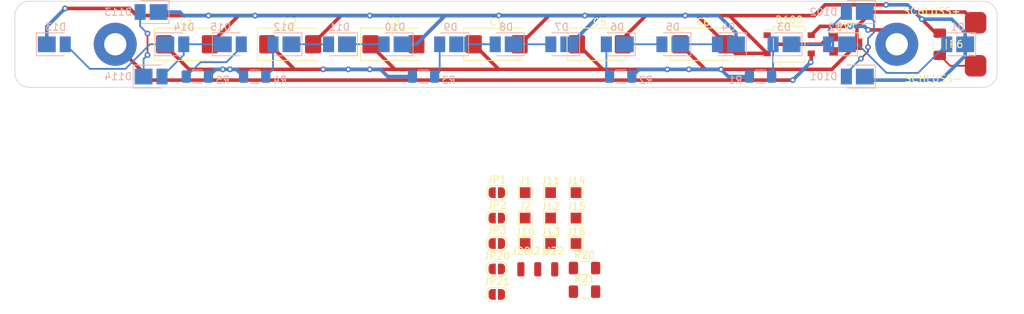
<source format=kicad_pcb>
(kicad_pcb (version 20221018) (generator pcbnew)
  (layers (0 "F.Cu" signal) (31 "B.Cu" signal) (34 "B.Paste" user) (35 "F.Paste" user) (36 "B.SilkS" user "B.Silkscreen") (37 "F.SilkS" user "F.Silkscreen") (38 "B.Mask" user) (39 "F.Mask" user) (44 "Edge.Cuts" user))
  (net 0 "")
  (net 1 "VCC")
  (net 2 "GND")
  (net 3 "Net-(D1-A)")
  (net 4 "Net-(D102-A)")
  (net 5 "Net-(D3-A)")
  (net 6 "Net-(D4-A)")
  (net 7 "Net-(D5-A)")
  (net 8 "Net-(D6-A)")
  (net 9 "Net-(D7-A)")
  (net 10 "Net-(D8-A)")
  (net 11 "Net-(D9-A)")
  (net 12 "Net-(D10-A)")
  (net 13 "Net-(D11-A)")
  (net 14 "Net-(D12-A)")
  (net 15 "Net-(D13-A)")
  (net 16 "Net-(D114-A)")
  (net 17 "Net-(D15-A)")
  (net 18 "Net-(D100-+)")
  (net 19 "/TRACK_P")
  (net 20 "/TRACK_N")
  (net 22 "Net-(D101-A)")
  (net 23 "Net-(D113-A)")
  (net 24 "Net-(SCHLUSS-1-Pin_1)")
  (net 25 "/AUX1")
  (net 26 "Net-(D100--)")
  (net 27 "/TRACK_L")
  (net 28 "/TRACK_R")
  (net 29 "/LV")
  (net 30 "/LH")
  (net 31 "Net-(J20-Pin_1)")
  (net 32 "Net-(J21-Pin_1)")
  (net 33 "Net-(JP1-B)")
  (footprint "Jumper:SolderJumper-2_P1.3mm_Open_RoundedPad1.0x1.5mm" (layer "F.Cu") (at 123.22 81.34)
    (fp_text reference "JP20" (at 0 -1.8) (layer "F.SilkS"))
    (fp_text value "SolderJumper_2_Open")
    (pad "1" smd custom (at -0.65 0) (size 1 0.5) (layers "F.Cu" "F.Mask") (net 30 "/LH") (options (clearance outline) (anchor rect)) (primitives (gr_circle (center 0 0.25) (end 0.5 0.25) (width 0) (fill yes)) (gr_circle (center 0 -0.25) (end 0.5 -0.25) (width 0) (fill yes)) (gr_poly (pts (xy 0.5 0.75) (xy 0 0.75) (xy 0 -0.75) (xy 0.5 -0.75)) (width 0) (fill yes))))
    (pad "2" smd custom (at 0.65 0) (size 1 0.5) (layers "F.Cu" "F.Mask") (net 2 "GND") (options (clearance outline) (anchor rect)) (primitives (gr_circle (center 0 0.25) (end 0.5 0.25) (width 0) (fill yes)) (gr_circle (center 0 -0.25) (end 0.5 -0.25) (width 0) (fill yes)) (gr_poly (pts (xy 0 0.75) (xy -0.5 0.75) (xy -0.5 -0.75) (xy 0 -0.75)) (width 0) (fill yes))))
  )
  (footprint "Capacitor_Tantalum_SMD:CP_EIA-7343-31_Kemet-D_Pad2.25x2.55mm_HandSolder" (layer "F.Cu") (at 123.2 50)
    (fp_text reference "C4" (at 0 -3.1) (layer "F.SilkS"))
    (fp_text value "200u")
    (pad "1" smd roundrect (at -3.2 0) (size 2.25 2.55) (layers "F.Cu" "F.Paste" "F.Mask") (roundrect_rratio 0.111111) (net 1 "VCC"))
    (pad "2" smd roundrect (at 3.2 0) (size 2.25 2.55) (layers "F.Cu" "F.Paste" "F.Mask") (roundrect_rratio 0.111111) (net 2 "GND"))
  )
  (footprint "Jumper:SolderJumper-2_P1.3mm_Open_RoundedPad1.0x1.5mm" (layer "F.Cu") (at 123.22 70.69)
    (fp_text reference "JP1" (at 0 -1.8) (layer "F.SilkS"))
    (fp_text value "SolderJumper_2_Open")
    (pad "1" smd custom (at -0.65 0) (size 1 0.5) (layers "F.Cu" "F.Mask") (net 1 "VCC") (options (clearance outline) (anchor rect)) (primitives (gr_circle (center 0 0.25) (end 0.5 0.25) (width 0) (fill yes)) (gr_circle (center 0 -0.25) (end 0.5 -0.25) (width 0) (fill yes)) (gr_poly (pts (xy 0.5 0.75) (xy 0 0.75) (xy 0 -0.75) (xy 0.5 -0.75)) (width 0) (fill yes))))
    (pad "2" smd custom (at 0.65 0) (size 1 0.5) (layers "F.Cu" "F.Mask") (net 33 "Net-(JP1-B)") (options (clearance outline) (anchor rect)) (primitives (gr_circle (center 0 0.25) (end 0.5 0.25) (width 0) (fill yes)) (gr_circle (center 0 -0.25) (end 0.5 -0.25) (width 0) (fill yes)) (gr_poly (pts (xy 0 0.75) (xy -0.5 0.75) (xy -0.5 -0.75) (xy 0 -0.75)) (width 0) (fill yes))))
  )
  (footprint "TestPoint:TestPoint_Pad_D4.0mm" (layer "F.Cu") (at 70 50)
    (fp_text reference "REF**" hide)
    (fp_text value "TestPoint_Pad_D4.0mm")
    (pad "1" thru_hole circle (at 0 0) (size 6 6) (drill 3.1) (layers "*.Cu" "*.Mask") (net 19 "/TRACK_P"))
  )
  (footprint "Capacitor_Tantalum_SMD:CP_EIA-7343-31_Kemet-D_Pad2.25x2.55mm_HandSolder" (layer "F.Cu") (at 137.6 50)
    (fp_text reference "C5" (at 0 -3.1) (layer "F.SilkS"))
    (fp_text value "200u")
    (pad "1" smd roundrect (at -3.2 0) (size 2.25 2.55) (layers "F.Cu" "F.Paste" "F.Mask") (roundrect_rratio 0.111111) (net 1 "VCC"))
    (pad "2" smd roundrect (at 3.2 0) (size 2.25 2.55) (layers "F.Cu" "F.Paste" "F.Mask") (roundrect_rratio 0.111111) (net 2 "GND"))
  )
  (footprint "TestPoint:TestPoint_Pad_1.5x1.5mm" (layer "F.Cu") (at 134.27 77.79)
    (fp_text reference "J16" (at 0 -1.648) (layer "F.SilkS"))
    (fp_text value "Conn_01x01")
    (pad "1" smd rect (at 0 0) (size 1.5 1.5) (layers "F.Cu" "F.Mask") (net 25 "/AUX1"))
  )
  (footprint "Potentiometer_SMD:Potentiometer_Bourns_TC33X_Vertical" (layer "F.Cu") (at 172 50)
    (fp_text reference "RV1" (at 0 -2.5) (layer "F.SilkS"))
    (fp_text value "10K")
    (pad "1" smd rect (at -1.8 -1) (size 1.2 1.2) (layers "F.Cu" "F.Paste" "F.Mask") (net 18 "Net-(D100-+)"))
    (pad "2" smd rect (at 1.45 0) (size 1.5 1.6) (layers "F.Cu" "F.Paste" "F.Mask") (net 33 "Net-(JP1-B)"))
    (pad "3" smd rect (at -1.8 1) (size 1.2 1.2) (layers "F.Cu" "F.Paste" "F.Mask"))
  )
  (footprint "TestPoint:TestPoint_Pad_1.5x1.5mm" (layer "F.Cu") (at 130.72 70.69)
    (fp_text reference "J11" (at 0 -1.648) (layer "F.SilkS"))
    (fp_text value "Conn_01x01")
    (pad "1" smd rect (at 0 0) (size 1.5 1.5) (layers "F.Cu" "F.Mask") (net 27 "/TRACK_L"))
  )
  (footprint "TestPoint:TestPoint_Pad_1.5x1.5mm" (layer "F.Cu") (at 127.17 74.24)
    (fp_text reference "J2" (at 0 -1.648) (layer "F.SilkS"))
    (fp_text value "Conn_01x01")
    (pad "1" smd rect (at 0 0) (size 1.5 1.5) (layers "F.Cu" "F.Mask") (net 28 "/TRACK_R"))
  )
  (footprint "Capacitor_Tantalum_SMD:CP_EIA-7343-31_Kemet-D_Pad2.25x2.55mm_HandSolder" (layer "F.Cu") (at 152 50)
    (fp_text reference "C6" (at 0 -3.1) (layer "F.SilkS"))
    (fp_text value "200u")
    (pad "1" smd roundrect (at -3.2 0) (size 2.25 2.55) (layers "F.Cu" "F.Paste" "F.Mask") (roundrect_rratio 0.111111) (net 1 "VCC"))
    (pad "2" smd roundrect (at 3.2 0) (size 2.25 2.55) (layers "F.Cu" "F.Paste" "F.Mask") (roundrect_rratio 0.111111) (net 2 "GND"))
  )
  (footprint "Jumper:SolderJumper-2_P1.3mm_Open_RoundedPad1.0x1.5mm" (layer "F.Cu") (at 123.22 77.79)
    (fp_text reference "JP3" (at 0 -1.8) (layer "F.SilkS"))
    (fp_text value "SolderJumper_2_Open")
    (pad "1" smd custom (at -0.65 0) (size 1 0.5) (layers "F.Cu" "F.Mask") (net 2 "GND") (options (clearance outline) (anchor rect)) (primitives (gr_circle (center 0 0.25) (end 0.5 0.25) (width 0) (fill yes)) (gr_circle (center 0 -0.25) (end 0.5 -0.25) (width 0) (fill yes)) (gr_poly (pts (xy 0.5 0.75) (xy 0 0.75) (xy 0 -0.75) (xy 0.5 -0.75)) (width 0) (fill yes))))
    (pad "2" smd custom (at 0.65 0) (size 1 0.5) (layers "F.Cu" "F.Mask") (net 25 "/AUX1") (options (clearance outline) (anchor rect)) (primitives (gr_circle (center 0 0.25) (end 0.5 0.25) (width 0) (fill yes)) (gr_circle (center 0 -0.25) (end 0.5 -0.25) (width 0) (fill yes)) (gr_poly (pts (xy 0 0.75) (xy -0.5 0.75) (xy -0.5 -0.75) (xy 0 -0.75)) (width 0) (fill yes))))
  )
  (footprint "Jumper:SolderJumper-2_P1.3mm_Open_RoundedPad1.0x1.5mm" (layer "F.Cu") (at 123.22 84.89)
    (fp_text reference "JP21" (at 0 -1.8) (layer "F.SilkS"))
    (fp_text value "SolderJumper_2_Open")
    (pad "1" smd custom (at -0.65 0) (size 1 0.5) (layers "F.Cu" "F.Mask") (net 29 "/LV") (options (clearance outline) (anchor rect)) (primitives (gr_circle (center 0 0.25) (end 0.5 0.25) (width 0) (fill yes)) (gr_circle (center 0 -0.25) (end 0.5 -0.25) (width 0) (fill yes)) (gr_poly (pts (xy 0.5 0.75) (xy 0 0.75) (xy 0 -0.75) (xy 0.5 -0.75)) (width 0) (fill yes))))
    (pad "2" smd custom (at 0.65 0) (size 1 0.5) (layers "F.Cu" "F.Mask") (net 2 "GND") (options (clearance outline) (anchor rect)) (primitives (gr_circle (center 0 0.25) (end 0.5 0.25) (width 0) (fill yes)) (gr_circle (center 0 -0.25) (end 0.5 -0.25) (width 0) (fill yes)) (gr_poly (pts (xy 0 0.75) (xy -0.5 0.75) (xy -0.5 -0.75) (xy 0 -0.75)) (width 0) (fill yes))))
  )
  (footprint "TestPoint:TestPoint_Pad_1.5x1.5mm" (layer "F.Cu") (at 130.72 77.79)
    (fp_text reference "J13" (at 0 -1.648) (layer "F.SilkS"))
    (fp_text value "Conn_01x01")
    (pad "1" smd rect (at 0 0) (size 1.5 1.5) (layers "F.Cu" "F.Mask") (net 30 "/LH"))
  )
  (footprint "TestPoint:TestPoint_Pad_1.5x1.5mm" (layer "F.Cu") (at 134.27 74.24)
    (fp_text reference "J15" (at 0 -1.648) (layer "F.SilkS"))
    (fp_text value "Conn_01x01")
    (pad "1" smd rect (at 0 0) (size 1.5 1.5) (layers "F.Cu" "F.Mask") (net 2 "GND"))
  )
  (footprint "Connector_Wire:SolderWirePad_1x01_SMD_1x2mm" (layer "F.Cu") (at 128.935 81.385)
    (fp_text reference "J21" (at 0 -2.54) (layer "F.SilkS"))
    (fp_text value "Conn_01x01")
    (pad "1" smd roundrect (at 0 0) (size 1 2) (layers "F.Cu" "F.Paste" "F.Mask") (net 32 "Net-(J21-Pin_1)"))
  )
  (footprint "Connector_Wire:SolderWirePad_1x01_SMD_1x2mm" (layer "F.Cu") (at 131.295 81.385)
    (fp_text reference "J22" (at 0 -2.54) (layer "F.SilkS"))
    (fp_text value "Conn_01x01")
    (pad "1" smd roundrect (at 0 0) (size 1 2) (layers "F.Cu" "F.Paste" "F.Mask") (net 1 "VCC"))
  )
  (footprint "Connector_Wire:SolderWirePad_1x01_SMD_1x2mm" (layer "F.Cu") (at 190 47)
    (fp_text reference "SCHLUSS+" (at -6.1 -1.6) (layer "F.SilkS"))
    (fp_text value "Conn_01x01_Male")
    (pad "1" smd roundrect (at 0 0) (size 3 3) (layers "F.Cu" "F.Paste" "F.Mask") (net 1 "VCC"))
  )
  (footprint "TestPoint:TestPoint_Pad_1.5x1.5mm" (layer "F.Cu") (at 127.17 70.69)
    (fp_text reference "J1" (at 0 -1.648) (layer "F.SilkS"))
    (fp_text value "Conn_01x01")
    (pad "1" smd rect (at 0 0) (size 1.5 1.5) (layers "F.Cu" "F.Mask") (net 27 "/TRACK_L"))
  )
  (footprint "Resistor_SMD:R_1206_3216Metric_Pad1.30x1.75mm_HandSolder" (layer "F.Cu") (at 185 50 90)
    (fp_text reference "R6" (at 0 2.3 180) (layer "F.SilkS"))
    (fp_text value "R")
    (pad "1" smd roundrect (at -1.55 0 90) (size 1.3 1.75) (layers "F.Cu" "F.Paste" "F.Mask") (roundrect_rratio 0.192308) (net 24 "Net-(SCHLUSS-1-Pin_1)"))
    (pad "2" smd roundrect (at 1.55 0 90) (size 1.3 1.75) (layers "F.Cu" "F.Paste" "F.Mask") (roundrect_rratio 0.192308) (net 2 "GND"))
  )
  (footprint "Connector_Wire:SolderWirePad_1x01_SMD_1x2mm" (layer "F.Cu") (at 190 53)
    (fp_text reference "SCHLUSS-" (at -5.9 1.8) (layer "F.SilkS"))
    (fp_text value "Conn_01x01_Male")
    (pad "1" smd roundrect (at 0 0) (size 3 3) (layers "F.Cu" "F.Paste" "F.Mask") (net 24 "Net-(SCHLUSS-1-Pin_1)"))
  )
  (footprint "TestPoint:TestPoint_Pad_D4.0mm" (layer "F.Cu") (at 179 50)
    (fp_text reference "REF**" hide)
    (fp_text value "TestPoint_Pad_D4.0mm")
    (pad "1" thru_hole circle (at 0 0) (size 6 6) (drill 3.1) (layers "*.Cu" "*.Mask") (net 20 "/TRACK_N"))
  )
  (footprint "TestPoint:TestPoint_Pad_1.5x1.5mm" (layer "F.Cu") (at 134.27 70.69)
    (fp_text reference "J14" (at 0 -1.648) (layer "F.SilkS"))
    (fp_text value "Conn_01x01")
    (pad "1" smd rect (at 0 0) (size 1.5 1.5) (layers "F.Cu" "F.Mask") (net 1 "VCC"))
  )
  (footprint "Capacitor_Tantalum_SMD:CP_EIA-7343-31_Kemet-D_Pad2.25x2.55mm_HandSolder" (layer "F.Cu") (at 108.8 50)
    (fp_text reference "C3" (at 0 -3.1) (layer "F.SilkS"))
    (fp_text value "200u")
    (pad "1" smd roundrect (at -3.2 0) (size 2.25 2.55) (layers "F.Cu" "F.Paste" "F.Mask") (roundrect_rratio 0.111111) (net 1 "VCC"))
    (pad "2" smd roundrect (at 3.2 0) (size 2.25 2.55) (layers "F.Cu" "F.Paste" "F.Mask") (roundrect_rratio 0.111111) (net 2 "GND"))
  )
  (footprint "Connector_Wire:SolderWirePad_1x01_SMD_1x2mm" (layer "F.Cu") (at 126.575 81.385)
    (fp_text reference "J20" (at 0 -2.54) (layer "F.SilkS"))
    (fp_text value "Conn_01x01")
    (pad "1" smd roundrect (at 0 0) (size 1 2) (layers "F.Cu" "F.Paste" "F.Mask") (net 31 "Net-(J20-Pin_1)"))
  )
  (footprint "Capacitor_Tantalum_SMD:CP_EIA-7343-31_Kemet-D_Pad2.25x2.55mm_HandSolder" (layer "F.Cu") (at 94.4 50)
    (fp_text reference "C2" (at 0 -3.1) (layer "F.SilkS"))
    (fp_text value "200u")
    (pad "1" smd roundrect (at -3.2 0) (size 2.25 2.55) (layers "F.Cu" "F.Paste" "F.Mask") (roundrect_rratio 0.111111) (net 1 "VCC"))
    (pad "2" smd roundrect (at 3.2 0) (size 2.25 2.55) (layers "F.Cu" "F.Paste" "F.Mask") (roundrect_rratio 0.111111) (net 2 "GND"))
  )
  (footprint "Resistor_SMD:R_1206_3216Metric_Pad1.30x1.75mm_HandSolder" (layer "F.Cu") (at 135.45 84.5)
    (fp_text reference "R21" (at 0 -1.82) (layer "F.SilkS"))
    (fp_text value "3K3")
    (pad "1" smd roundrect (at -1.55 0) (size 1.3 1.75) (layers "F.Cu" "F.Paste" "F.Mask") (roundrect_rratio 0.192308) (net 32 "Net-(J21-Pin_1)"))
    (pad "2" smd roundrect (at 1.55 0) (size 1.3 1.75) (layers "F.Cu" "F.Paste" "F.Mask") (roundrect_rratio 0.192308) (net 29 "/LV"))
  )
  (footprint "Package_TO_SOT_SMD:TO-269AA" (layer "F.Cu") (at 164 50)
    (fp_text reference "D100" (at 0 -3.4) (layer "F.SilkS"))
    (fp_text value "D_Bridge_+-AA")
    (pad "1" smd rect (at -3.075 -1.27) (size 1 0.8) (layers "F.Cu" "F.Paste" "F.Mask") (net 18 "Net-(D100-+)"))
    (pad "2" smd rect (at -3.075 1.27) (size 1 0.8) (layers "F.Cu" "F.Paste" "F.Mask") (net 26 "Net-(D100--)"))
    (pad "3" smd rect (at 3.075 1.27) (size 1 0.8) (layers "F.Cu" "F.Paste" "F.Mask") (net 27 "/TRACK_L"))
    (pad "4" smd rect (at 3.075 -1.27) (size 1 0.8) (layers "F.Cu" "F.Paste" "F.Mask") (net 28 "/TRACK_R"))
  )
  (footprint "Resistor_SMD:R_1206_3216Metric_Pad1.30x1.75mm_HandSolder" (layer "F.Cu") (at 135.45 81.21)
    (fp_text reference "R20" (at 0 -1.82) (layer "F.SilkS"))
    (fp_text value "3K3")
    (pad "1" smd roundrect (at -1.55 0) (size 1.3 1.75) (layers "F.Cu" "F.Paste" "F.Mask") (roundrect_rratio 0.192308) (net 31 "Net-(J20-Pin_1)"))
    (pad "2" smd roundrect (at 1.55 0) (size 1.3 1.75) (layers "F.Cu" "F.Paste" "F.Mask") (roundrect_rratio 0.192308) (net 30 "/LH"))
  )
  (footprint "TestPoint:TestPoint_Pad_1.5x1.5mm" (layer "F.Cu") (at 127.17 77.79)
    (fp_text reference "J10" (at 0 -1.648) (layer "F.SilkS"))
    (fp_text value "Conn_01x01")
    (pad "1" smd rect (at 0 0) (size 1.5 1.5) (layers "F.Cu" "F.Mask") (net 28 "/TRACK_R"))
  )
  (footprint "TestPoint:TestPoint_Pad_1.5x1.5mm" (layer "F.Cu") (at 130.72 74.24)
    (fp_text reference "J12" (at 0 -1.648) (layer "F.SilkS"))
    (fp_text value "Conn_01x01")
    (pad "1" smd rect (at 0 0) (size 1.5 1.5) (layers "F.Cu" "F.Mask") (net 29 "/LV"))
  )
  (footprint "Jumper:SolderJumper-2_P1.3mm_Open_RoundedPad1.0x1.5mm" (layer "F.Cu") (at 123.22 74.24)
    (fp_text reference "JP2" (at 0 -1.8) (layer "F.SilkS"))
    (fp_text value "SolderJumper_2_Open")
    (pad "1" smd custom (at -0.65 0) (size 1 0.5) (layers "F.Cu" "F.Mask") (net 2 "GND") (options (clearance outline) (anchor rect)) (primitives (gr_circle (center 0 0.25) (end 0.5 0.25) (width 0) (fill yes)) (gr_circle (center 0 -0.25) (end 0.5 -0.25) (width 0) (fill yes)) (gr_poly (pts (xy 0.5 0.75) (xy 0 0.75) (xy 0 -0.75) (xy 0.5 -0.75)) (width 0) (fill yes))))
    (pad "2" smd custom (at 0.65 0) (size 1 0.5) (layers "F.Cu" "F.Mask") (net 26 "Net-(D100--)") (options (clearance outline) (anchor rect)) (primitives (gr_circle (center 0 0.25) (end 0.5 0.25) (width 0) (fill yes)) (gr_circle (center 0 -0.25) (end 0.5 -0.25) (width 0) (fill yes)) (gr_poly (pts (xy 0 0.75) (xy -0.5 0.75) (xy -0.5 -0.75) (xy 0 -0.75)) (width 0) (fill yes))))
  )
  (footprint "Capacitor_Tantalum_SMD:CP_EIA-7343-31_Kemet-D_Pad2.25x2.55mm_HandSolder" (layer "F.Cu") (at 80 50)
    (fp_text reference "C1" (at 0 -3.1) (layer "F.SilkS"))
    (fp_text value "200u")
    (pad "1" smd roundrect (at -3.2 0) (size 2.25 2.55) (layers "F.Cu" "F.Paste" "F.Mask") (roundrect_rratio 0.111111) (net 1 "VCC"))
    (pad "2" smd roundrect (at 3.2 0) (size 2.25 2.55) (layers "F.Cu" "F.Paste" "F.Mask") (roundrect_rratio 0.111111) (net 2 "GND"))
  )
  (footprint "LED_SMD:LED_PLCC_2835_Handsoldering" (layer "B.Cu") (at 78.025 50)
    (fp_text reference "D14" (at 1.575 -2.4) (layer "B.SilkS") (effects (justify mirror)))
    (fp_text value "LED")
    (pad "1" smd rect (at -1.05 0) (size 2.5 2.2) (layers "B.Cu" "B.Paste" "B.Mask") (net 15 "Net-(D13-A)"))
    (pad "2" smd rect (at 1.525 0) (size 1.55 2.2) (layers "B.Cu" "B.Paste" "B.Mask") (net 16 "Net-(D114-A)"))
  )
  (footprint "LED_SMD:LED_PLCC_2835_Handsoldering" (layer "B.Cu") (at 155.525 50 180)
    (fp_text reference "D4" (at 0 2.4) (layer "B.SilkS") (effects (justify mirror)))
    (fp_text value "LED")
    (pad "1" smd rect (at -1.05 0 180) (size 2.5 2.2) (layers "B.Cu" "B.Paste" "B.Mask") (net 25 "/AUX1"))
    (pad "2" smd rect (at 1.525 0 180) (size 1.55 2.2) (layers "B.Cu" "B.Paste" "B.Mask") (net 6 "Net-(D4-A)"))
  )
  (footprint "LED_SMD:LED_PLCC_2835_Handsoldering" (layer "B.Cu") (at 173.5 45.5 180)
    (fp_text reference "D102" (at 4.7 0) (layer "B.SilkS") (effects (justify mirror)))
    (fp_text value "LED")
    (pad "1" smd rect (at -1.05 0 180) (size 2.5 2.2) (layers "B.Cu" "B.Paste" "B.Mask") (net 22 "Net-(D101-A)"))
    (pad "2" smd rect (at 1.525 0 180) (size 1.55 2.2) (layers "B.Cu" "B.Paste" "B.Mask") (net 4 "Net-(D102-A)"))
  )
  (footprint "LED_SMD:LED_PLCC_2835_Handsoldering" (layer "B.Cu") (at 140.025 50 180)
    (fp_text reference "D6" (at 0 2.4) (layer "B.SilkS") (effects (justify mirror)))
    (fp_text value "LED")
    (pad "1" smd rect (at -1.05 0 180) (size 2.5 2.2) (layers "B.Cu" "B.Paste" "B.Mask") (net 7 "Net-(D5-A)"))
    (pad "2" smd rect (at 1.525 0 180) (size 1.55 2.2) (layers "B.Cu" "B.Paste" "B.Mask") (net 8 "Net-(D6-A)"))
  )
  (footprint "LED_SMD:LED_PLCC_2835_Handsoldering" (layer "B.Cu") (at 187.5 50 180)
    (fp_text reference "D1" (at 0 2.4) (layer "B.SilkS") (effects (justify mirror)))
    (fp_text value "LED")
    (pad "1" smd rect (at -1.05 0 180) (size 2.5 2.2) (layers "B.Cu" "B.Paste" "B.Mask") (net 25 "/AUX1"))
    (pad "2" smd rect (at 1.525 0 180) (size 1.55 2.2) (layers "B.Cu" "B.Paste" "B.Mask") (net 3 "Net-(D1-A)"))
  )
  (footprint "LED_SMD:LED_PLCC_2835_Handsoldering" (layer "B.Cu") (at 86.05 50)
    (fp_text reference "D15" (at -1.35 -2.4) (layer "B.SilkS") (effects (justify mirror)))
    (fp_text value "LED")
    (pad "1" smd rect (at -1.05 0) (size 2.5 2.2) (layers "B.Cu" "B.Paste" "B.Mask") (net 16 "Net-(D114-A)"))
    (pad "2" smd rect (at 1.525 0) (size 1.55 2.2) (layers "B.Cu" "B.Paste" "B.Mask") (net 17 "Net-(D15-A)"))
  )
  (footprint "LED_SMD:LED_PLCC_2835_Handsoldering" (layer "B.Cu") (at 132.275 50 180)
    (fp_text reference "D7" (at 0 2.4) (layer "B.SilkS") (effects (justify mirror)))
    (fp_text value "LED")
    (pad "1" smd rect (at -1.05 0 180) (size 2.5 2.2) (layers "B.Cu" "B.Paste" "B.Mask") (net 25 "/AUX1"))
    (pad "2" smd rect (at 1.525 0 180) (size 1.55 2.2) (layers "B.Cu" "B.Paste" "B.Mask") (net 9 "Net-(D7-A)"))
  )
  (footprint "LED_SMD:LED_PLCC_2835_Handsoldering" (layer "B.Cu") (at 173.5 54.5 180)
    (fp_text reference "D101" (at 4.7 0) (layer "B.SilkS") (effects (justify mirror)))
    (fp_text value "LED")
    (pad "1" smd rect (at -1.05 0 180) (size 2.5 2.2) (layers "B.Cu" "B.Paste" "B.Mask") (net 25 "/AUX1"))
    (pad "2" smd rect (at 1.525 0 180) (size 1.55 2.2) (layers "B.Cu" "B.Paste" "B.Mask") (net 22 "Net-(D101-A)"))
  )
  (footprint "LED_SMD:LED_PLCC_2835_Handsoldering" (layer "B.Cu") (at 163.275 50 180)
    (fp_text reference "D3" (at 0 2.4) (layer "B.SilkS") (effects (justify mirror)))
    (fp_text value "LED")
    (pad "1" smd rect (at -1.05 0 180) (size 2.5 2.2) (layers "B.Cu" "B.Paste" "B.Mask") (net 4 "Net-(D102-A)"))
    (pad "2" smd rect (at 1.525 0 180) (size 1.55 2.2) (layers "B.Cu" "B.Paste" "B.Mask") (net 5 "Net-(D3-A)"))
  )
  (footprint "LED_SMD:LED_PLCC_2835_Handsoldering" (layer "B.Cu") (at 75 54.5)
    (fp_text reference "D114" (at -4.6 0) (layer "B.SilkS") (effects (justify mirror)))
    (fp_text value "LED")
    (pad "1" smd rect (at -1.05 0) (size 2.5 2.2) (layers "B.Cu" "B.Paste" "B.Mask") (net 23 "Net-(D113-A)"))
    (pad "2" smd rect (at 1.525 0) (size 1.55 2.2) (layers "B.Cu" "B.Paste" "B.Mask") (net 16 "Net-(D114-A)"))
  )
  (footprint "LED_SMD:LED_PLCC_2835_Handsoldering" (layer "B.Cu") (at 109.025 50 180)
    (fp_text reference "D10" (at 0 2.4) (layer "B.SilkS") (effects (justify mirror)))
    (fp_text value "LED")
    (pad "1" smd rect (at -1.05 0 180) (size 2.5 2.2) (layers "B.Cu" "B.Paste" "B.Mask") (net 25 "/AUX1"))
    (pad "2" smd rect (at 1.525 0 180) (size 1.55 2.2) (layers "B.Cu" "B.Paste" "B.Mask") (net 12 "Net-(D10-A)"))
  )
  (footprint "LED_SMD:LED_PLCC_2835_Handsoldering" (layer "B.Cu") (at 116.775 50 180)
    (fp_text reference "D9" (at 0 2.4) (layer "B.SilkS") (effects (justify mirror)))
    (fp_text value "LED")
    (pad "1" smd rect (at -1.05 0 180) (size 2.5 2.2) (layers "B.Cu" "B.Paste" "B.Mask") (net 10 "Net-(D8-A)"))
    (pad "2" smd rect (at 1.525 0 180) (size 1.55 2.2) (layers "B.Cu" "B.Paste" "B.Mask") (net 11 "Net-(D9-A)"))
  )
  (footprint "LED_SMD:LED_PLCC_2835_Handsoldering" (layer "B.Cu") (at 124.525 50 180)
    (fp_text reference "D8" (at 0 2.4) (layer "B.SilkS") (effects (justify mirror)))
    (fp_text value "LED")
    (pad "1" smd rect (at -1.05 0 180) (size 2.5 2.2) (layers "B.Cu" "B.Paste" "B.Mask") (net 9 "Net-(D7-A)"))
    (pad "2" smd rect (at 1.525 0 180) (size 1.55 2.2) (layers "B.Cu" "B.Paste" "B.Mask") (net 10 "Net-(D8-A)"))
  )
  (footprint "LED_SMD:LED_PLCC_2835_Handsoldering" (layer "B.Cu") (at 147.775 50 180)
    (fp_text reference "D5" (at 0 2.4) (layer "B.SilkS") (effects (justify mirror)))
    (fp_text value "LED")
    (pad "1" smd rect (at -1.05 0 180) (size 2.5 2.2) (layers "B.Cu" "B.Paste" "B.Mask") (net 6 "Net-(D4-A)"))
    (pad "2" smd rect (at 1.525 0 180) (size 1.55 2.2) (layers "B.Cu" "B.Paste" "B.Mask") (net 7 "Net-(D5-A)"))
  )
  (footprint "Resistor_SMD:R_1206_3216Metric_Pad1.30x1.75mm_HandSolder" (layer "B.Cu") (at 140.5 54.5)
    (fp_text reference "R2" (at 3.5 0.5) (layer "B.SilkS") (effects (justify mirror)))
    (fp_text value "3K3")
    (pad "1" smd roundrect (at -1.55 0) (size 1.3 1.75) (layers "B.Cu" "B.Paste" "B.Mask") (roundrect_rratio 0.192308) (net 8 "Net-(D6-A)"))
    (pad "2" smd roundrect (at 1.55 0) (size 1.3 1.75) (layers "B.Cu" "B.Paste" "B.Mask") (roundrect_rratio 0.192308) (net 1 "VCC"))
  )
  (footprint "Resistor_SMD:R_1206_3216Metric_Pad1.30x1.75mm_HandSolder" (layer "B.Cu") (at 89.45 54.5 180)
    (fp_text reference "R4" (at -3.55 -0.5) (layer "B.SilkS") (effects (justify mirror)))
    (fp_text value "3K3")
    (pad "1" smd roundrect (at -1.55 0 180) (size 1.3 1.75) (layers "B.Cu" "B.Paste" "B.Mask") (roundrect_rratio 0.192308) (net 14 "Net-(D12-A)"))
    (pad "2" smd roundrect (at 1.55 0 180) (size 1.3 1.75) (layers "B.Cu" "B.Paste" "B.Mask") (roundrect_rratio 0.192308) (net 1 "VCC"))
  )
  (footprint "LED_SMD:LED_PLCC_2835_Handsoldering" (layer "B.Cu") (at 61.5 50)
    (fp_text reference "D13" (at 0.2 -2.4) (layer "B.SilkS") (effects (justify mirror)))
    (fp_text value "LED")
    (pad "1" smd rect (at -1.05 0) (size 2.5 2.2) (layers "B.Cu" "B.Paste" "B.Mask") (net 25 "/AUX1"))
    (pad "2" smd rect (at 1.525 0) (size 1.55 2.2) (layers "B.Cu" "B.Paste" "B.Mask") (net 15 "Net-(D13-A)"))
  )
  (footprint "LED_SMD:LED_PLCC_2835_Handsoldering" (layer "B.Cu") (at 75 45.5 180)
    (fp_text reference "D113" (at 4.6 0) (layer "B.SilkS") (effects (justify mirror)))
    (fp_text value "LED")
    (pad "1" smd rect (at -1.05 0 180) (size 2.5 2.2) (layers "B.Cu" "B.Paste" "B.Mask") (net 25 "/AUX1"))
    (pad "2" smd rect (at 1.525 0 180) (size 1.55 2.2) (layers "B.Cu" "B.Paste" "B.Mask") (net 23 "Net-(D113-A)"))
  )
  (footprint "Resistor_SMD:R_1206_3216Metric_Pad1.30x1.75mm_HandSolder" (layer "B.Cu") (at 113 54.5 180)
    (fp_text reference "R3" (at -3.5 -0.5) (layer "B.SilkS") (effects (justify mirror)))
    (fp_text value "3K3")
    (pad "1" smd roundrect (at -1.55 0 180) (size 1.3 1.75) (layers "B.Cu" "B.Paste" "B.Mask") (roundrect_rratio 0.192308) (net 11 "Net-(D9-A)"))
    (pad "2" smd roundrect (at 1.55 0 180) (size 1.3 1.75) (layers "B.Cu" "B.Paste" "B.Mask") (roundrect_rratio 0.192308) (net 1 "VCC"))
  )
  (footprint "LED_SMD:LED_PLCC_2835_Handsoldering" (layer "B.Cu") (at 171.025 50 180)
    (fp_text reference "D2" (at 0.625 2.4) (layer "B.SilkS") (effects (justify mirror)))
    (fp_text value "LED")
    (pad "1" smd rect (at -1.05 0 180) (size 2.5 2.2) (layers "B.Cu" "B.Paste" "B.Mask") (net 3 "Net-(D1-A)"))
    (pad "2" smd rect (at 1.525 0 180) (size 1.55 2.2) (layers "B.Cu" "B.Paste" "B.Mask") (net 4 "Net-(D102-A)"))
  )
  (footprint "Resistor_SMD:R_1206_3216Metric_Pad1.30x1.75mm_HandSolder" (layer "B.Cu") (at 81.45 54.5)
    (fp_text reference "R5" (at 3.55 0.5) (layer "B.SilkS") (effects (justify mirror)))
    (fp_text value "3K3")
    (pad "1" smd roundrect (at -1.55 0) (size 1.3 1.75) (layers "B.Cu" "B.Paste" "B.Mask") (roundrect_rratio 0.192308) (net 17 "Net-(D15-A)"))
    (pad "2" smd roundrect (at 1.55 0) (size 1.3 1.75) (layers "B.Cu" "B.Paste" "B.Mask") (roundrect_rratio 0.192308) (net 1 "VCC"))
  )
  (footprint "LED_SMD:LED_PLCC_2835_Handsoldering" (layer "B.Cu") (at 93.525 50 180)
    (fp_text reference "D12" (at 0 2.4) (layer "B.SilkS") (effects (justify mirror)))
    (fp_text value "LED")
    (pad "1" smd rect (at -1.05 0 180) (size 2.5 2.2) (layers "B.Cu" "B.Paste" "B.Mask") (net 13 "Net-(D11-A)"))
    (pad "2" smd rect (at 1.525 0 180) (size 1.55 2.2) (layers "B.Cu" "B.Paste" "B.Mask") (net 14 "Net-(D12-A)"))
  )
  (footprint "Resistor_SMD:R_1206_3216Metric_Pad1.30x1.75mm_HandSolder" (layer "B.Cu") (at 160 54.5 180)
    (fp_text reference "R1" (at 3.5 -0.5) (layer "B.SilkS") (effects (justify mirror)))
    (fp_text value "3K3")
    (pad "1" smd roundrect (at -1.55 0 180) (size 1.3 1.75) (layers "B.Cu" "B.Paste" "B.Mask") (roundrect_rratio 0.192308) (net 5 "Net-(D3-A)"))
    (pad "2" smd roundrect (at 1.55 0 180) (size 1.3 1.75) (layers "B.Cu" "B.Paste" "B.Mask") (roundrect_rratio 0.192308) (net 1 "VCC"))
  )
  (footprint "LED_SMD:LED_PLCC_2835_Handsoldering" (layer "B.Cu") (at 101.275 50 180)
    (fp_text reference "D11" (at 0 2.4) (layer "B.SilkS") (effects (justify mirror)))
    (fp_text value "LED")
    (pad "1" smd rect (at -1.05 0 180) (size 2.5 2.2) (layers "B.Cu" "B.Paste" "B.Mask") (net 12 "Net-(D10-A)"))
    (pad "2" smd rect (at 1.525 0 180) (size 1.55 2.2) (layers "B.Cu" "B.Paste" "B.Mask") (net 13 "Net-(D11-A)"))
  )
  (gr_line (start 193 54) (end 193 46) (stroke (width 0.1)) (layer "Edge.Cuts"))
  (gr_arc (start 193 54) (mid 192.414214 55.414214) (end 191 56) (stroke (width 0.1)) (layer "Edge.Cuts"))
  (gr_arc (start 191 44) (mid 192.414214 44.585786) (end 193 46) (stroke (width 0.1)) (layer "Edge.Cuts"))
  (gr_line (start 191 56) (end 58 56) (stroke (width 0.1)) (layer "Edge.Cuts"))
  (gr_arc (start 56 46) (mid 56.585786 44.585786) (end 58 44) (stroke (width 0.1)) (layer "Edge.Cuts"))
  (gr_line (start 56 54) (end 56 46) (stroke (width 0.1)) (layer "Edge.Cuts"))
  (gr_arc (start 58 56) (mid 56.585786 55.414214) (end 56 54) (stroke (width 0.1)) (layer "Edge.Cuts"))
  (gr_line (start 58 44) (end 191 44) (stroke (width 0.1)) (layer "Edge.Cuts"))
  (segment (start 173.45 47.55) (end 175.5 45.5) (width 0.5) (layer "F.Cu") (net 1))
  (segment (start 80.3 53.5) (end 76.8 50) (width 0.5) (layer "F.Cu") (net 1))
  (segment (start 120 50) (end 123.5 53.5) (width 0.5) (layer "F.Cu") (net 1))
  (segment (start 134.4 50) (end 134.5 50) (width 0.5) (layer "F.Cu") (net 1))
  (segment (start 138 53.5) (end 123.5 53.5) (width 0.5) (layer "F.Cu") (net 1))
  (segment (start 95 53.5) (end 86 53.5) (width 0.5) (layer "F.Cu") (net 1))
  (segment (start 152.3 53.5) (end 148.8 50) (width 0.5) (layer "F.Cu") (net 1))
  (segment (start 91.2 50) (end 91.5 50) (width 0.5) (layer "F.Cu") (net 1))
  (segment (start 173.45 50) (end 173.45 47.55) (width 0.5) (layer "F.Cu") (net 1))
  (segment (start 91.5 50) (end 95 53.5) (width 0.5) (layer "F.Cu") (net 1))
  (segment (start 105.6 50.1) (end 109 53.5) (width 0.5) (layer "F.Cu") (net 1))
  (segment (start 175.5 45.5) (end 188.5 45.5) (width 0.5) (layer "F.Cu") (net 1))
  (segment (start 123.5 53.5) (end 109 53.5) (width 0.5) (layer "F.Cu") (net 1))
  (segment (start 147 53.5) (end 138 53.5) (width 0.5) (layer "F.Cu") (net 1))
  (segment (start 154.5 53.5) (end 152.3 53.5) (width 0.5) (layer "F.Cu") (net 1))
  (segment (start 85 53.5) (end 80.3 53.5) (width 0.5) (layer "F.Cu") (net 1))
  (segment (start 105.6 50) (end 105.6 50.1) (width 0.5) (layer "F.Cu") (net 1))
  (segment (start 173.45 50) (end 169.95 53.5) (width 0.5) (layer "F.Cu") (net 1))
  (segment (start 169.95 53.5) (end 154.5 53.5) (width 0.5) (layer "F.Cu") (net 1))
  (segment (start 134.5 50) (end 138 53.5) (width 0.5) (layer "F.Cu") (net 1))
  (segment (start 152.3 53.5) (end 150 53.5) (width 0.5) (layer "F.Cu") (net 1))
  (segment (start 109 53.5) (end 95 53.5) (width 0.5) (layer "F.Cu") (net 1))
  (segment (start 188.5 45.5) (end 190 47) (width 0.5) (layer "F.Cu") (net 1))
  (via (at 105.5 53.5) (size 0.8) (drill 0.4) (layers "F.Cu" "B.Cu") (net 1))
  (via (at 85 53.5) (size 0.8) (drill 0.4) (layers "F.Cu" "B.Cu") (net 1))
  (via (at 102.5 53.5) (size 0.8) (drill 0.4) (layers "F.Cu" "B.Cu") (net 1))
  (via (at 150 53.5) (size 0.8) (drill 0.4) (layers "F.Cu" "B.Cu") (net 1))
  (via (at 154.5 53.5) (size 0.8) (drill 0.4) (layers "F.Cu" "B.Cu") (net 1))
  (via (at 99 53.5) (size 0.8) (drill 0.4) (layers "F.Cu" "B.Cu") (net 1))
  (via (at 86 53.5) (size 0.8) (drill 0.4) (layers "F.Cu" "B.Cu") (net 1))
  (via (at 147 53.5) (size 0.8) (drill 0.4) (layers "F.Cu" "B.Cu") (net 1))
  (segment (start 86 53.5) (end 86.9 53.5) (width 0.5) (layer "B.Cu") (net 1))
  (segment (start 86.9 53.5) (end 87.9 54.5) (width 0.5) (layer "B.Cu") (net 1))
  (segment (start 154.5 53.5) (end 150 53.5) (width 0.5) (layer "B.Cu") (net 1))
  (segment (start 107 53.5) (end 105.5 53.5) (width 0.5) (layer "B.Cu") (net 1))
  (segment (start 111.45 54.5) (end 108 54.5) (width 0.5) (layer "B.Cu") (net 1))
  (segment (start 147 53.5) (end 143.05 53.5) (width 0.5) (layer "B.Cu") (net 1))
  (segment (start 155.5 54.5) (end 154.5 53.5) (width 0.5) (layer "B.Cu") (net 1))
  (segment (start 108 54.5) (end 107 53.5) (width 0.5) (layer "B.Cu") (net 1))
  (segment (start 105.5 53.5) (end 102.5 53.5) (width 0.5) (layer "B.Cu") (net 1))
  (segment (start 150 53.5) (end 147 53.5) (width 0.5) (layer "B.Cu") (net 1))
  (segment (start 102.5 53.5) (end 99 53.5) (width 0.5) (layer "B.Cu") (net 1))
  (segment (start 86 53.5) (end 85 53.5) (width 0.5) (layer "B.Cu") (net 1))
  (segment (start 84 53.5) (end 83 54.5) (width 0.5) (layer "B.Cu") (net 1))
  (segment (start 158.45 54.5) (end 155.5 54.5) (width 0.5) (layer "B.Cu") (net 1))
  (segment (start 85 53.5) (end 84 53.5) (width 0.5) (layer "B.Cu") (net 1))
  (segment (start 143.05 53.5) (end 142.05 54.5) (width 0.5) (layer "B.Cu") (net 1))
  (segment (start 167.5 46) (end 169 44.5) (width 0.5) (layer "F.Cu") (net 2))
  (segment (start 112 50) (end 116 46) (width 0.5) (layer "F.Cu") (net 2))
  (segment (start 155.655 46) (end 167.5 46) (width 0.5) (layer "F.Cu") (net 2))
  (segment (start 140.8 50) (end 140.8 49.2) (width 0.5) (layer "F.Cu") (net 2))
  (segment (start 169 44.5) (end 177.5 44.5) (width 0.5) (layer "F.Cu") (net 2))
  (segment (start 116 46) (end 101.5 46) (width 0.5) (layer "F.Cu") (net 2))
  (segment (start 144 46) (end 130.5 46) (width 0.5) (layer "F.Cu") (net 2))
  (segment (start 160.925 51.27) (end 156.47 51.27) (width 0.5) (layer "F.Cu") (net 2))
  (segment (start 72 45) (end 63 45) (width 0.5) (layer "F.Cu") (net 2))
  (segment (start 87.5 46) (end 87.2 46) (width 0.5) (layer "F.Cu") (net 2))
  (segment (start 151 46) (end 144 46) (width 0.5) (layer "F.Cu") (net 2))
  (segment (start 155.655 46) (end 151 46) (width 0.5) (layer "F.Cu") (net 2))
  (segment (start 182.5 46.5) (end 184.45 48.45) (width 0.5) (layer "F.Cu") (net 2))
  (segment (start 83 46) (end 73 46) (width 0.5) (layer "F.Cu") (net 2))
  (segment (start 155.2 50) (end 151.2 46) (width 0.5) (layer "F.Cu") (net 2))
  (segment (start 126.4 50) (end 126.5 50) (width 0.5) (layer "F.Cu") (net 2))
  (segment (start 101.5 46) (end 87.5 46) (width 0.5) (layer "F.Cu") (net 2))
  (segment (start 87.5 46) (end 83 46) (width 0.5) (layer "F.Cu") (net 2))
  (segment (start 140.8 49.2) (end 144 46) (width 0.5) (layer "F.Cu") (net 2))
  (segment (start 160.925 51.27) (end 155.655 46) (width 0.5) (layer "F.Cu") (net 2))
  (segment (start 130.5 46) (end 116 46) (width 0.5) (layer "F.Cu") (net 2))
  (segment (start 151.2 46) (end 151 46) (width 0.5) (layer "F.Cu") (net 2))
  (segment (start 97.6 49.9) (end 101.5 46) (width 0.5) (layer "F.Cu") (net 2))
  (segment (start 126.5 50) (end 130.5 46) (width 0.5) (layer "F.Cu") (net 2))
  (segment (start 156.47 51.27) (end 155.2 50) (width 0.5) (layer "F.Cu") (net 2))
  (segment (start 87.2 46) (end 83.2 50) (width 0.5) (layer "F.Cu") (net 2))
  (segment (start 73 46) (end 72 45) (width 0.5) (layer "F.Cu") (net 2))
  (segment (start 184.45 48.45) (end 185 48.45) (width 0.5) (layer "F.Cu") (net 2))
  (segment (start 97.6 50) (end 97.6 49.9) (width 0.5) (layer "F.Cu") (net 2))
  (via (at 177.5 44.5) (size 0.8) (drill 0.4) (layers "F.Cu" "B.Cu") (net 2))
  (via (at 63 45) (size 0.8) (drill 0.4) (layers "F.Cu" "B.Cu") (net 2))
  (via (at 123.5 46) (size 0.8) (drill 0.4) (layers "F.Cu" "B.Cu") (net 2))
  (via (at 135.5 46) (size 0.8) (drill 0.4) (layers "F.Cu" "B.Cu") (net 2))
  (via (at 83 46) (size 0.8) (drill 0.4) (layers "F.Cu" "B.Cu") (net 2))
  (via (at 89.5 46) (size 0.8) (drill 0.4) (layers "F.Cu" "B.Cu") (net 2))
  (via (at 105.5 46) (size 0.8) (drill 0.4) (layers "F.Cu" "B.Cu") (net 2))
  (via (at 149.5 46) (size 0.8) (drill 0.4) (layers "F.Cu" "B.Cu") (net 2))
  (via (at 182.5 46.5) (size 0.8) (drill 0.4) (layers "F.Cu" "B.Cu") (net 2))
  (segment (start 110.075 50) (end 112 50) (width 0.5) (layer "B.Cu") (net 2))
  (segment (start 89.5 46) (end 79.5 46) (width 0.5) (layer "B.Cu") (net 2))
  (segment (start 60.45 47.55) (end 60.45 50) (width 0.5) (layer "B.Cu") (net 2))
  (segment (start 180.5 44.5) (end 182.5 46.5) (width 0.5) (layer "B.Cu") (net 2))
  (segment (start 133.5 50) (end 137.5 46) (width 0.5) (layer "B.Cu") (net 2))
  (segment (start 188.55 51.6) (end 185.15 55) (width 0.5) (layer "B.Cu") (net 2))
  (segment (start 63 45) (end 60.45 47.55) (width 0.5) (layer "B.Cu") (net 2))
  (segment (start 156.575 48.4) (end 154.175 46) (width 0.5) (layer "B.Cu") (net 2))
  (segment (start 182.5 46.5) (end 186.65 46.5) (width 0.5) (layer "B.Cu") (net 2))
  (segment (start 175.05 55) (end 174.55 54.5) (width 0.5) (layer "B.Cu") (net 2))
  (segment (start 79.5 46) (end 79 45.5) (width 0.5) (layer "B.Cu") (net 2))
  (segment (start 112 50) (end 116 46) (width 0.5) (layer "B.Cu") (net 2))
  (segment (start 188.55 50) (end 188.55 51.6) (width 0.5) (layer "B.Cu") (net 2))
  (segment (start 188.55 48.4) (end 188.55 50) (width 0.5) (layer "B.Cu") (net 2))
  (segment (start 135.5 46) (end 123.5 46) (width 0.5) (layer "B.Cu") (net 2))
  (segment (start 154.175 46) (end 149.5 46) (width 0.5) (layer "B.Cu") (net 2))
  (segment (start 123.5 46) (end 105.5 46) (width 0.5) (layer "B.Cu") (net 2))
  (segment (start 105.5 46) (end 89.5 46) (width 0.5) (layer "B.Cu") (net 2))
  (segment (start 177.5 44.5) (end 180.5 44.5) (width 0.5) (layer "B.Cu") (net 2))
  (segment (start 186.65 46.5) (end 188.55 48.4) (width 0.5) (layer "B.Cu") (net 2))
  (segment (start 185.15 55) (end 175.05 55) (width 0.5) (layer "B.Cu") (net 2))
  (segment (start 133.325 50) (end 133.5 50) (width 0.5) (layer "B.Cu") (net 2))
  (segment (start 156.575 50) (end 156.575 48.4) (width 0.5) (layer "B.Cu") (net 2))
  (segment (start 149.5 46) (end 137.5 46) (width 0.5) (layer "B.Cu") (net 2))
  (segment (start 137.5 46) (end 135.5 46) (width 0.5) (layer "B.Cu") (net 2))
  (segment (start 79 45.5) (end 76.05 45.5) (width 0.5) (layer "B.Cu") (net 2))
  (segment (start 177.575 54) (end 181.975 54) (width 0.25) (layer "B.Cu") (net 3))
  (segment (start 181.975 54) (end 185.975 50) (width 0.25) (layer "B.Cu") (net 3))
  (segment (start 173.575 50) (end 177.575 54) (width 0.25) (layer "B.Cu") (net 3))
  (segment (start 172.075 50) (end 173.575 50) (width 0.25) (layer "B.Cu") (net 3))
  (segment (start 169.5 50) (end 164.325 50) (width 0.25) (layer "B.Cu") (net 4))
  (segment (start 169.5 50) (end 169.5 47.975) (width 0.25) (layer "B.Cu") (net 4))
  (segment (start 169.5 47.975) (end 171.975 45.5) (width 0.25) (layer "B.Cu") (net 4))
  (segment (start 161.55 54.5) (end 161.75 54.3) (width 0.25) (layer "B.Cu") (net 5))
  (segment (start 161.75 54.3) (end 161.75 50) (width 0.25) (layer "B.Cu") (net 5))
  (segment (start 154 50) (end 148.825 50) (width 0.25) (layer "B.Cu") (net 6))
  (segment (start 146.25 50) (end 141.075 50) (width 0.25) (layer "B.Cu") (net 7))
  (segment (start 138.95 54.5) (end 138.5 54.05) (width 0.25) (layer "B.Cu") (net 8))
  (segment (start 138.5 54.05) (end 138.5 50) (width 0.25) (layer "B.Cu") (net 8))
  (segment (start 130.75 50) (end 125.575 50) (width 0.25) (layer "B.Cu") (net 9))
  (segment (start 123 50) (end 117.825 50) (width 0.25) (layer "B.Cu") (net 10))
  (segment (start 115.25 53.8) (end 115.25 50) (width 0.25) (layer "B.Cu") (net 11))
  (segment (start 114.55 54.5) (end 115.25 53.8) (width 0.25) (layer "B.Cu") (net 11))
  (segment (start 107.5 50) (end 102.325 50) (width 0.25) (layer "B.Cu") (net 12))
  (segment (start 94.575 50) (end 99.75 50) (width 0.25) (layer "B.Cu") (net 13))
  (segment (start 91 54.5) (end 92 53.5) (width 0.25) (layer "B.Cu") (net 14))
  (segment (start 92 53.5) (end 92 50) (width 0.25) (layer "B.Cu") (net 14))
  (segment (start 71.418682 53.425) (end 66.45 53.425) (width 0.25) (layer "B.Cu") (net 15))
  (segment (start 66.45 53.425) (end 63.025 50) (width 0.25) (layer "B.Cu") (net 15))
  (segment (start 76.975 50) (end 74.843682 50) (width 0.25) (layer "B.Cu") (net 15))
  (segment (start 74.843682 50) (end 71.418682 53.425) (width 0.25) (layer "B.Cu") (net 15))
  (segment (start 79.55 51.475) (end 76.525 54.5) (width 0.25) (layer "B.Cu") (net 16))
  (segment (start 79.55 50) (end 84.5 50) (width 0.25) (layer "B.Cu") (net 16))
  (segment (start 79.55 50) (end 79.55 51.475) (width 0.25) (layer "B.Cu") (net 16))
  (segment (start 85.5 52.5) (end 87.575 50.425) (width 0.25) (layer "B.Cu") (net 17))
  (segment (start 79.9 54.5) (end 81.9 52.5) (width 0.25) (layer "B.Cu") (net 17))
  (segment (start 87.575 50.425) (end 87.575 50) (width 0.25) (layer "B.Cu") (net 17))
  (segment (start 81.9 52.5) (end 85.5 52.5) (width 0.25) (layer "B.Cu") (net 17))
  (segment (start 170.2 49) (end 169.645 49.555) (width 0.5) (layer "F.Cu") (net 18))
  (segment (start 169.645 49.555) (end 168.945 49.555) (width 0.5) (layer "F.Cu") (net 18))
  (segment (start 168.945 49.555) (end 168.5 50) (width 0.5) (layer "F.Cu") (net 18))
  (segment (start 168.5 50) (end 162.195 50) (width 0.5) (layer "F.Cu") (net 18))
  (segment (start 162.195 50) (end 160.925 48.73) (width 0.5) (layer "F.Cu") (net 18))
  (segment (start 167.075 51.27) (end 167.075 52.425) (width 0.5) (layer "F.Cu") (net 19))
  (segment (start 164.5 55) (end 75 55) (width 0.5) (layer "F.Cu") (net 19))
  (segment (start 75 55) (end 70 50) (width 0.5) (layer "F.Cu") (net 19))
  (segment (start 167.075 52.425) (end 167 52.5) (width 0.2) (layer "F.Cu") (net 19))
  (via (at 164.5 55) (size 0.8) (drill 0.4) (layers "F.Cu" "B.Cu") (net 19))
  (via (at 167 52.5) (size 0.8) (drill 0.4) (layers "F.Cu" "B.Cu") (net 19))
  (segment (start 167 52.5) (end 164.5 55) (width 0.5) (layer "B.Cu") (net 19))
  (segment (start 168.305 47.5) (end 172.5 47.5) (width 0.5) (layer "F.Cu") (net 20))
  (segment (start 167.075 48.73) (end 168.305 47.5) (width 0.5) (layer "F.Cu") (net 20))
  (segment (start 177 48) (end 179 50) (width 0.5) (layer "F.Cu") (net 20))
  (segment (start 175 48) (end 177 48) (width 0.5) (layer "F.Cu") (net 20))
  (via (at 172.5 47.5) (size 0.8) (drill 0.4) (layers "F.Cu" "B.Cu") (net 20))
  (via (at 175 48) (size 0.8) (drill 0.4) (layers "F.Cu" "B.Cu") (net 20))
  (segment (start 174.5 47.5) (end 175 48) (width 0.5) (layer "B.Cu") (net 20))
  (segment (start 172.5 47.5) (end 174.5 47.5) (width 0.5) (layer "B.Cu") (net 20))
  (segment (start 174.999551 51.000449) (end 174 52) (width 0.25) (layer "F.Cu") (net 22))
  (segment (start 174.999551 50.399951) (end 174.999551 51.000449) (width 0.25) (layer "F.Cu") (net 22))
  (via (at 174.999551 50.399951) (size 0.8) (drill 0.4) (layers "F.Cu" "B.Cu") (net 22))
  (via (at 174 52) (size 0.8) (drill 0.4) (layers "F.Cu" "B.Cu") (net 22))
  (segment (start 175.828159 46.778159) (end 175.828159 48.338568) (width 0.25) (layer "B.Cu") (net 22))
  (segment (start 171.975 54.025) (end 171.975 54.5) (width 0.25) (layer "B.Cu") (net 22))
  (segment (start 174.999551 49.167176) (end 174.999551 50.399951) (width 0.25) (layer "B.Cu") (net 22))
  (segment (start 174.55 45.5) (end 175.828159 46.778159) (width 0.25) (layer "B.Cu") (net 22))
  (segment (start 174 52) (end 171.975 54.025) (width 0.25) (layer "B.Cu") (net 22))
  (segment (start 175.828159 48.338568) (end 174.999551 49.167176) (width 0.25) (layer "B.Cu") (net 22))
  (segment (start 74.5 48.5) (end 74.5 51.5) (width 0.25) (layer "F.Cu") (net 23))
  (via (at 74.5 51.5) (size 0.8) (drill 0.4) (layers "F.Cu" "B.Cu") (net 23))
  (via (at 74.5 48.5) (size 0.8) (drill 0.4) (layers "F.Cu" "B.Cu") (net 23))
  (segment (start 74.5 51.5) (end 73.95 52.05) (width 0.25) (layer "B.Cu") (net 23))
  (segment (start 73.475 45.5) (end 73.475 47.475) (width 0.25) (layer "B.Cu") (net 23))
  (segment (start 73.95 52.05) (end 73.95 54.5) (width 0.25) (layer "B.Cu") (net 23))
  (segment (start 73.475 47.475) (end 74.5 48.5) (width 0.25) (layer "B.Cu") (net 23))
  (segment (start 186.45 53) (end 190 53) (width 0.25) (layer "F.Cu") (net 24))
  (segment (start 185 51.55) (end 186.45 53) (width 0.25) (layer "F.Cu") (net 24))
)
</source>
